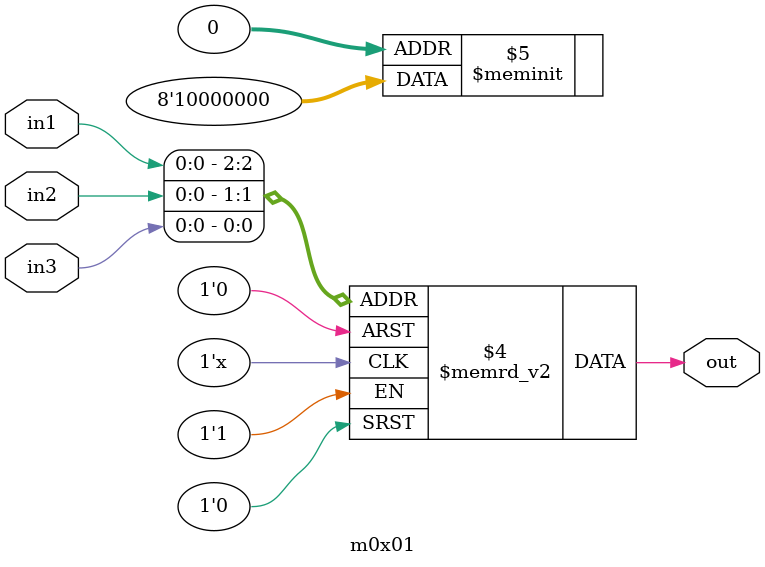
<source format=v>
module m0x01(output out, input in1, in2, in3);

   always @(in1, in2, in3)
     begin
        case({in1, in2, in3})
          3'b000: {out} = 1'b0;
          3'b001: {out} = 1'b0;
          3'b010: {out} = 1'b0;
          3'b011: {out} = 1'b0;
          3'b100: {out} = 1'b0;
          3'b101: {out} = 1'b0;
          3'b110: {out} = 1'b0;
          3'b111: {out} = 1'b1;
        endcase // case ({in1, in2, in3})
     end // always @ (in1, in2, in3)

endmodule // m0x01
</source>
